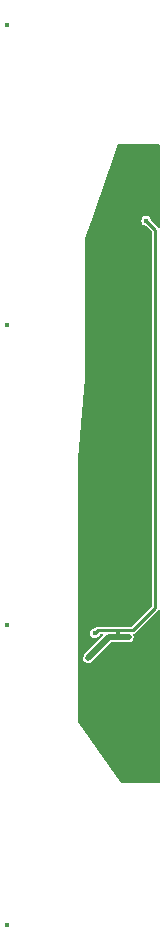
<source format=gbr>
%TF.GenerationSoftware,KiCad,Pcbnew,(6.0.4)*%
%TF.CreationDate,2023-05-22T00:35:00+09:00*%
%TF.ProjectId,Antenna,416e7465-6e6e-4612-9e6b-696361645f70,rev?*%
%TF.SameCoordinates,Original*%
%TF.FileFunction,Copper,L3,Inr*%
%TF.FilePolarity,Positive*%
%FSLAX46Y46*%
G04 Gerber Fmt 4.6, Leading zero omitted, Abs format (unit mm)*
G04 Created by KiCad (PCBNEW (6.0.4)) date 2023-05-22 00:35:00*
%MOMM*%
%LPD*%
G01*
G04 APERTURE LIST*
%TA.AperFunction,ComponentPad*%
%ADD10C,2.600000*%
%TD*%
%TA.AperFunction,ViaPad*%
%ADD11C,0.450000*%
%TD*%
%TA.AperFunction,Conductor*%
%ADD12C,0.250000*%
%TD*%
%TA.AperFunction,Conductor*%
%ADD13C,0.500000*%
%TD*%
G04 APERTURE END LIST*
D10*
%TO.N,GND*%
%TO.C,H2*%
X134075000Y-65786000D03*
%TD*%
%TO.N,GND*%
%TO.C,H1*%
X134075000Y-116128800D03*
%TD*%
D11*
%TO.N,GND*%
X134010400Y-90678000D03*
X132689600Y-105410000D03*
X132689600Y-103378000D03*
X129600000Y-100200000D03*
X133680200Y-94488001D03*
X134467600Y-102133400D03*
X131851400Y-78003400D03*
X133476999Y-97053400D03*
X130911600Y-109423200D03*
X130911600Y-108610399D03*
X132918200Y-100939599D03*
X130657600Y-100025201D03*
X130911600Y-107797600D03*
X130403601Y-104521000D03*
X132257800Y-112649000D03*
X134467600Y-101320601D03*
X130657600Y-96774001D03*
X130352800Y-93294200D03*
X133248400Y-110439199D03*
X133248400Y-111251999D03*
X132918200Y-101752400D03*
X130708400Y-91059000D03*
X129600000Y-102650000D03*
X133248400Y-107188000D03*
X134924800Y-84277200D03*
X131597400Y-95300800D03*
X129589347Y-92885112D03*
X132029200Y-104521000D03*
X130657600Y-99212400D03*
X133477000Y-97866200D03*
X130657600Y-95961200D03*
X132064064Y-92313064D03*
X133248400Y-112064800D03*
X130657600Y-98399602D03*
X129600000Y-98025000D03*
X131850000Y-72925000D03*
X134035800Y-95300800D03*
X132918200Y-100126800D03*
X131851400Y-76978400D03*
X133248400Y-109626398D03*
X134289801Y-97866200D03*
X133654800Y-104521000D03*
X132689600Y-98526601D03*
X132842000Y-104521000D03*
X130835400Y-94005400D03*
X132562600Y-92964001D03*
X132410200Y-95300800D03*
X130911600Y-110235998D03*
X129600000Y-104300000D03*
X131325000Y-84250000D03*
X130657600Y-97586801D03*
X134289800Y-97053400D03*
X133248400Y-108000799D03*
X130911600Y-111048799D03*
X130657600Y-100838000D03*
X135102598Y-97053400D03*
X132918200Y-102565198D03*
X129600000Y-95325000D03*
X133222999Y-95300800D03*
X132664200Y-96901000D03*
X129590800Y-91059000D03*
X133248400Y-108813600D03*
X132562600Y-93776800D03*
X130835400Y-94843600D03*
X132689600Y-99339400D03*
X131850000Y-71900000D03*
X135102600Y-97866200D03*
X130911600Y-111861599D03*
X131216401Y-104521000D03*
X132689600Y-97713800D03*
X131489327Y-91738327D03*
X134467600Y-99695002D03*
X131445002Y-112649000D03*
X134467600Y-100507800D03*
%TO.N,/receiver/RX*%
X123300000Y-104650000D03*
X123300000Y-79200000D03*
X123300000Y-130000000D03*
X123300000Y-53850000D03*
%TO.N,/5VA*%
X130200000Y-107416600D03*
X133629400Y-105638600D03*
%TO.N,/~EN1*%
X130759200Y-105333800D03*
X135128000Y-70383400D03*
%TD*%
D12*
%TO.N,/~EN1*%
X133985000Y-105079800D02*
X135890000Y-103174800D01*
X135890000Y-71145400D02*
X135128000Y-70383400D01*
X130759200Y-105333800D02*
X131013200Y-105079800D01*
X131013200Y-105079800D02*
X133985000Y-105079800D01*
X135890000Y-103174800D02*
X135890000Y-71145400D01*
D13*
%TO.N,/5VA*%
X131978000Y-105638600D02*
X130200000Y-107416600D01*
X133629400Y-105638600D02*
X131978000Y-105638600D01*
%TD*%
%TA.AperFunction,Conductor*%
%TO.N,GND*%
G36*
X136241866Y-63898313D02*
G01*
X136267176Y-63942150D01*
X136268300Y-63955000D01*
X136268300Y-70913005D01*
X136250987Y-70960571D01*
X136207150Y-70985881D01*
X136157300Y-70977091D01*
X136141974Y-70965331D01*
X136137541Y-70960898D01*
X136126873Y-70947403D01*
X136120236Y-70936635D01*
X136095173Y-70917576D01*
X136087656Y-70911013D01*
X135574369Y-70397727D01*
X135553606Y-70356977D01*
X135537667Y-70256340D01*
X135536756Y-70250587D01*
X135475708Y-70130775D01*
X135380625Y-70035692D01*
X135260813Y-69974644D01*
X135128000Y-69953609D01*
X134995187Y-69974644D01*
X134875375Y-70035692D01*
X134780292Y-70130775D01*
X134719244Y-70250587D01*
X134698209Y-70383400D01*
X134719244Y-70516213D01*
X134780292Y-70636025D01*
X134875375Y-70731108D01*
X134995187Y-70792156D01*
X135049208Y-70800712D01*
X135101577Y-70809006D01*
X135142327Y-70829769D01*
X135562826Y-71250268D01*
X135584218Y-71296144D01*
X135584500Y-71302594D01*
X135584500Y-103017606D01*
X135567187Y-103065172D01*
X135562826Y-103069932D01*
X133880132Y-104752626D01*
X133834256Y-104774018D01*
X133827806Y-104774300D01*
X131068733Y-104774300D01*
X131063099Y-104773886D01*
X131058601Y-104772342D01*
X131051777Y-104772598D01*
X131051776Y-104772598D01*
X131007836Y-104774248D01*
X131005060Y-104774300D01*
X130984786Y-104774300D01*
X130981433Y-104774925D01*
X130978041Y-104775238D01*
X130978024Y-104775058D01*
X130973890Y-104775523D01*
X130944873Y-104776612D01*
X130938595Y-104779309D01*
X130938596Y-104779309D01*
X130931397Y-104782402D01*
X130915733Y-104787161D01*
X130901316Y-104789846D01*
X130895499Y-104793432D01*
X130895498Y-104793432D01*
X130876602Y-104805080D01*
X130866993Y-104810072D01*
X130840307Y-104821537D01*
X130835342Y-104825616D01*
X130828700Y-104832258D01*
X130815205Y-104842925D01*
X130804435Y-104849564D01*
X130800299Y-104855003D01*
X130785380Y-104874622D01*
X130778802Y-104882156D01*
X130773527Y-104887431D01*
X130732777Y-104908194D01*
X130680408Y-104916488D01*
X130626387Y-104925044D01*
X130506575Y-104986092D01*
X130411492Y-105081175D01*
X130350444Y-105200987D01*
X130329409Y-105333800D01*
X130350444Y-105466613D01*
X130411492Y-105586425D01*
X130506575Y-105681508D01*
X130626387Y-105742556D01*
X130759200Y-105763591D01*
X130892013Y-105742556D01*
X131011825Y-105681508D01*
X131106908Y-105586425D01*
X131167956Y-105466613D01*
X131170948Y-105447723D01*
X131195489Y-105403451D01*
X131244037Y-105385300D01*
X131443829Y-105385300D01*
X131491395Y-105402613D01*
X131516705Y-105446450D01*
X131507915Y-105496300D01*
X131496155Y-105511626D01*
X129872718Y-107135063D01*
X129815241Y-107212880D01*
X129772349Y-107335021D01*
X129767265Y-107464374D01*
X129800444Y-107589503D01*
X129868947Y-107699346D01*
X129966721Y-107784189D01*
X129971780Y-107786425D01*
X129971779Y-107786425D01*
X130080060Y-107834296D01*
X130080063Y-107834297D01*
X130085119Y-107836532D01*
X130213675Y-107851748D01*
X130219117Y-107850754D01*
X130219120Y-107850754D01*
X130335579Y-107829484D01*
X130335578Y-107829484D01*
X130341022Y-107828490D01*
X130455900Y-107768816D01*
X130459107Y-107766077D01*
X130459110Y-107766075D01*
X130459347Y-107765872D01*
X130460717Y-107764702D01*
X132134645Y-106090774D01*
X132180521Y-106069382D01*
X132186971Y-106069100D01*
X133661746Y-106069100D01*
X133664465Y-106068691D01*
X133664468Y-106068691D01*
X133708988Y-106061998D01*
X133757414Y-106054717D01*
X133762398Y-106052323D01*
X133762400Y-106052323D01*
X133815762Y-106026699D01*
X133874110Y-105998680D01*
X133969171Y-105910808D01*
X134034190Y-105798868D01*
X134063421Y-105672758D01*
X134054278Y-105543629D01*
X134026591Y-105472062D01*
X134025575Y-105421456D01*
X134057327Y-105382034D01*
X134066356Y-105377390D01*
X134066769Y-105377213D01*
X134082467Y-105372439D01*
X134096884Y-105369754D01*
X134121601Y-105354519D01*
X134131207Y-105349528D01*
X134157893Y-105338063D01*
X134162858Y-105333984D01*
X134169500Y-105327342D01*
X134182996Y-105316674D01*
X134187949Y-105313621D01*
X134193765Y-105310036D01*
X134212820Y-105284978D01*
X134219398Y-105277444D01*
X136066755Y-103430087D01*
X136071030Y-103426398D01*
X136075302Y-103424309D01*
X136109849Y-103387067D01*
X136111774Y-103385068D01*
X136126113Y-103370729D01*
X136128041Y-103367918D01*
X136130222Y-103365293D01*
X136130362Y-103365409D01*
X136132962Y-103362150D01*
X136140052Y-103354508D01*
X136185095Y-103331413D01*
X136234445Y-103342674D01*
X136265011Y-103383022D01*
X136268300Y-103404838D01*
X136268300Y-117959800D01*
X136250987Y-118007366D01*
X136207150Y-118032676D01*
X136194300Y-118033800D01*
X133058466Y-118033800D01*
X133010900Y-118016487D01*
X132997719Y-118002059D01*
X132968322Y-117959800D01*
X129375453Y-112795051D01*
X129362200Y-112752792D01*
X129362200Y-90579547D01*
X129362467Y-90573266D01*
X129946267Y-83719961D01*
X129946400Y-83718400D01*
X129946400Y-71919865D01*
X129950445Y-71895735D01*
X130424499Y-70521403D01*
X132697798Y-63930870D01*
X132729675Y-63891549D01*
X132767753Y-63881000D01*
X136194300Y-63881000D01*
X136241866Y-63898313D01*
G37*
%TD.AperFunction*%
%TD*%
M02*

</source>
